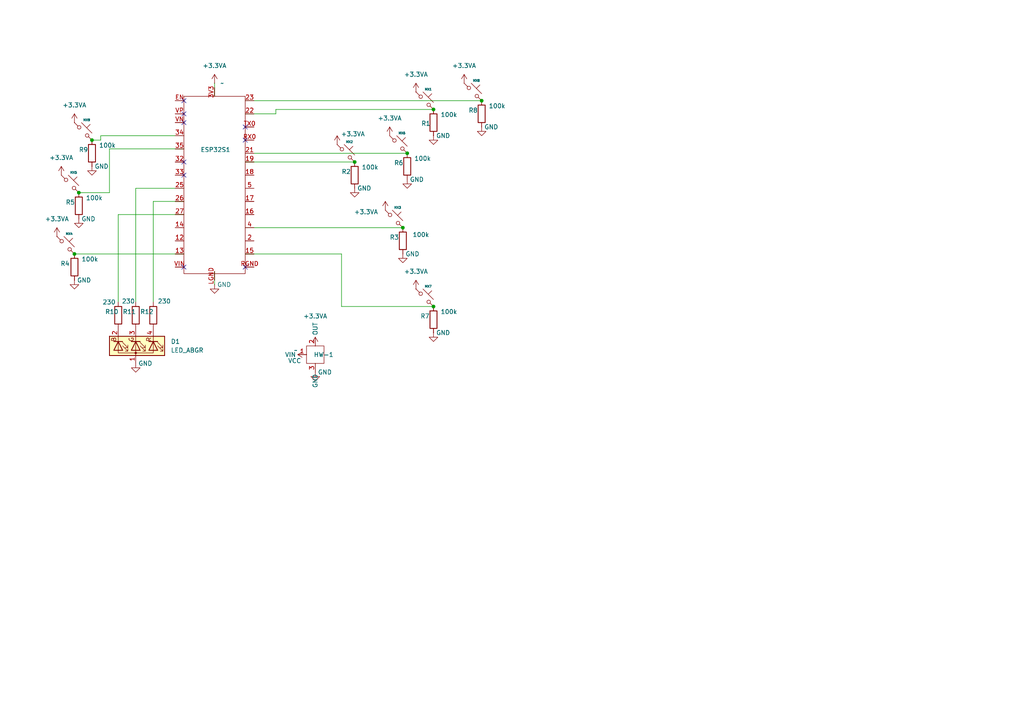
<source format=kicad_sch>
(kicad_sch (version 20231120) (generator "eeschema") (generator_version "8.0")
  (paper "A4")
  (lib_symbols
    (symbol "Device:LED_ABGR" (pin_names (offset 0) hide)
      (property "Reference" "D" (at 0 9.398 0))
      (property "Value" "LED_ABGR" (at 0 -8.89 0))
      (symbol "LED_ABGR_0_0"
        (text "B" (at -1.905 -6.35 0) (effects (font (size 1.27 1.27))))
        (text "G" (at -1.905 -1.27 0) (effects (font (size 1.27 1.27))))
        (text "R" (at -1.905 3.81 0) (effects (font (size 1.27 1.27))))
      )
      (symbol "LED_ABGR_0_1"
        (polyline (pts (xy -1.27 -5.08) (xy -2.54 -5.08)))
        (polyline (pts (xy -1.27 -5.08) (xy 1.27 -5.08)))
        (polyline (pts (xy -1.27 -3.81) (xy -1.27 -6.35)) (stroke (width 0.254)))
        (polyline (pts (xy -1.27 0) (xy -2.54 0)))
        (polyline (pts (xy -1.27 1.27) (xy -1.27 -1.27)) (stroke (width 0.254)))
        (polyline (pts (xy -1.27 5.08) (xy -2.54 5.08)))
        (polyline (pts (xy -1.27 5.08) (xy 1.27 5.08)))
        (polyline (pts (xy -1.27 6.35) (xy -1.27 3.81)) (stroke (width 0.254)))
        (polyline (pts (xy 1.27 0) (xy -1.27 0)))
        (polyline (pts (xy 1.27 0) (xy 2.54 0)))
        (polyline (pts (xy -1.27 1.27) (xy -1.27 -1.27) (xy -1.27 -1.27)))
        (polyline (pts (xy -1.27 6.35) (xy -1.27 3.81) (xy -1.27 3.81)))
        (polyline (pts (xy 1.27 -5.08) (xy 2.032 -5.08) (xy 2.032 5.08) (xy 1.27 5.08)))
        (polyline (pts (xy 1.27 -3.81) (xy 1.27 -6.35) (xy -1.27 -5.08) (xy 1.27 -3.81)) (stroke (width 0.254)))
        (polyline (pts (xy 1.27 1.27) (xy 1.27 -1.27) (xy -1.27 0) (xy 1.27 1.27)) (stroke (width 0.254)))
        (polyline (pts (xy 1.27 6.35) (xy 1.27 3.81) (xy -1.27 5.08) (xy 1.27 6.35)) (stroke (width 0.254)))
        (polyline (pts (xy -1.016 -3.81) (xy 0.508 -2.286) (xy -0.254 -2.286) (xy 0.508 -2.286) (xy 0.508 -3.048)))
        (polyline (pts (xy -1.016 1.27) (xy 0.508 2.794) (xy -0.254 2.794) (xy 0.508 2.794) (xy 0.508 2.032)))
        (polyline (pts (xy -1.016 6.35) (xy 0.508 7.874) (xy -0.254 7.874) (xy 0.508 7.874) (xy 0.508 7.112)))
        (polyline (pts (xy 0 -3.81) (xy 1.524 -2.286) (xy 0.762 -2.286) (xy 1.524 -2.286) (xy 1.524 -3.048)))
        (polyline (pts (xy 0 1.27) (xy 1.524 2.794) (xy 0.762 2.794) (xy 1.524 2.794) (xy 1.524 2.032)))
        (polyline (pts (xy 0 6.35) (xy 1.524 7.874) (xy 0.762 7.874) (xy 1.524 7.874) (xy 1.524 7.112)))
        (rectangle (start 1.27 -1.27) (end 1.27 1.27))
        (rectangle (start 1.27 1.27) (end 1.27 1.27))
        (rectangle (start 1.27 3.81) (end 1.27 6.35))
        (rectangle (start 1.27 6.35) (end 1.27 6.35))
        (circle (center 2.032 0) (radius 0.254) (fill (type outline)))
        (rectangle (start 2.794 8.382) (end -2.794 -7.62) (stroke (width 0.254)) (fill (type background)))
      )
      (symbol "LED_ABGR_1_1"
        (pin passive line (at 5.08 0 180) (length 2.54) (name "A") (number "1"))
        (pin passive line (at -5.08 -5.08 0) (length 2.54) (name "BK") (number "2"))
        (pin passive line (at -5.08 0 0) (length 2.54) (name "GK") (number "3"))
        (pin passive line (at -5.08 5.08 0) (length 2.54) (name "RK") (number "4"))
      )
    )
    (symbol "Device:R" (pin_numbers hide) (pin_names (offset 0))
      (property "Reference" "R" (at 2.032 0 90))
      (property "Value" "R" (at 0 0 90))
      (symbol "R_0_1"
        (rectangle (start -1.016 -2.54) (end 1.016 2.54) (stroke (width 0.254)))
      )
      (symbol "R_1_1"
        (pin passive line (at 0 3.81 270) (length 1.27) (name "~") (number "1"))
        (pin passive line (at 0 -3.81 90) (length 1.27) (name "~") (number "2"))
      )
    )
    (symbol "Esp32_DevBoards:ESP32S"
      (property "Reference" "ESP32S" (at -0.254 5.588 0))
      (symbol "ESP32S_0_1"
        (rectangle (start -8.89 15.24) (end 8.89 -36.195))
      )
      (symbol "ESP32S_1_1"
        (pin bidirectional line (at -8.89 -26.67 180) (length 2.54) (name "") (number "12"))
        (pin bidirectional line (at -8.89 -30.48 180) (length 2.54) (name "") (number "13"))
        (pin bidirectional line (at -8.89 -22.86 180) (length 2.54) (name "") (number "14"))
        (pin bidirectional line (at 8.89 -30.48 0) (length 2.54) (name "") (number "15"))
        (pin input line (at 8.89 -19.05 0) (length 2.54) (name "") (number "16"))
        (pin output line (at 8.89 -15.24 0) (length 2.54) (name "") (number "17"))
        (pin bidirectional line (at 8.89 -7.62 0) (length 2.54) (name "") (number "18"))
        (pin bidirectional line (at 8.89 -3.81 0) (length 2.54) (name "") (number "19"))
        (pin bidirectional line (at 8.89 -26.67 0) (length 2.54) (name "") (number "2"))
        (pin bidirectional line (at 8.89 -1.27 0) (length 2.54) (name "") (number "21"))
        (pin bidirectional line (at 8.89 10.16 0) (length 2.54) (name "") (number "22"))
        (pin bidirectional line (at 8.89 13.97 0) (length 2.54) (name "") (number "23"))
        (pin bidirectional line (at -8.89 -11.43 180) (length 2.54) (name "") (number "25"))
        (pin bidirectional line (at -8.89 -15.24 180) (length 2.54) (name "") (number "26"))
        (pin bidirectional line (at -8.89 -19.05 180) (length 2.54) (name "") (number "27"))
        (pin bidirectional line (at -8.89 -3.81 180) (length 2.54) (name "") (number "32"))
        (pin bidirectional line (at -8.89 -7.62 180) (length 2.54) (name "") (number "33"))
        (pin bidirectional line (at -8.89 3.81 180) (length 2.54) (name "") (number "34"))
        (pin bidirectional line (at -8.89 0 180) (length 2.54) (name "") (number "35"))
        (pin power_in line (at 0 15.24 90) (length 2.54) (name "") (number "3V3"))
        (pin bidirectional line (at 8.89 -22.86 0) (length 2.54) (name "") (number "4"))
        (pin bidirectional line (at 8.89 -11.43 0) (length 2.54) (name "") (number "5"))
        (pin output line (at -8.89 13.97 180) (length 2.54) (name "") (number "EN"))
        (pin power_in line (at 0 -35.56 270) (length 2.54) (name "") (number "LGND"))
        (pin power_in line (at 8.89 -34.29 0) (length 2.54) (name "") (number "RGND"))
        (pin input line (at 8.89 2.54 0) (length 2.54) (name "") (number "RX0"))
        (pin output line (at 8.89 6.35 0) (length 2.54) (name "") (number "TX0"))
        (pin power_in line (at -8.89 -34.29 180) (length 2.54) (name "") (number "VIN"))
        (pin output line (at -8.89 7.62 180) (length 2.54) (name "") (number "VN"))
        (pin output line (at -8.89 10.16 180) (length 2.54) (name "") (number "VP"))
      )
    )
    (symbol "HW-764:HW-764"
      (property "Reference" "HW-764" (at 3.429 -6.223 90))
      (symbol "HW-764_0_1"
        (rectangle (start 0 5.08) (end 5.08 0))
      )
      (symbol "HW-764_1_1"
        (pin power_in line (at 5.08 2.54 0) (length 2.54) (name "VIN") (number "1"))
        (pin power_out line (at 2.54 0 270) (length 2.54) (name "OUT") (number "2"))
        (pin power_in line (at 2.54 5.08 90) (length 2.54) (name "GND") (number "3"))
      )
    )
    (symbol "MarbastLib_mx:MX_SW_solder" (pin_numbers hide) (pin_names (offset 1.016) hide)
      (property "Reference" "MX" (at 3.048 1.016 0))
      (property "Value" "MX_SW_solder" (at 0 -3.81 0))
      (symbol "MX_SW_solder_0_1"
        (circle (center -1.1684 1.1684) (radius 0.508))
        (polyline (pts (xy -0.508 2.54) (xy 2.54 -0.508)))
        (polyline (pts (xy 1.016 1.016) (xy 2.032 2.032)))
        (polyline (pts (xy -2.54 2.54) (xy -1.524 1.524) (xy -1.524 1.524)))
        (polyline (pts (xy 1.524 -1.524) (xy 2.54 -2.54) (xy 2.54 -2.54) (xy 2.54 -2.54)))
        (circle (center 1.143 -1.1938) (radius 0.508))
        (pin passive line (at -2.54 2.54 0) (length 0) (name "1") (number "1"))
        (pin passive line (at 2.54 -2.54 180) (length 0) (name "2") (number "2"))
      )
    )
    (symbol "power:+3.3VA" (power) (pin_numbers hide) (pin_names (offset 0) hide)
      (property "Value" "+3.3VA" (at 0 3.556 0))
      (symbol "+3.3VA_0_1"
        (polyline (pts (xy -0.762 1.27) (xy 0 2.54)))
        (polyline (pts (xy 0 0) (xy 0 2.54)))
        (polyline (pts (xy 0 2.54) (xy 0.762 1.27)))
      )
      (symbol "+3.3VA_1_1"
        (pin power_in line (at 0 0 90) (length 0) (name "~") (number "1"))
      )
    )
    (symbol "power:GND" (power) (pin_numbers hide) (pin_names (offset 0) hide)
      (property "Value" "GND" (at 0 -3.81 0))
      (symbol "GND_0_1"
        (polyline (pts (xy 0 0) (xy 0 -1.27) (xy 1.27 -1.27) (xy 0 -2.54) (xy -1.27 -1.27) (xy 0 -1.27)))
      )
      (symbol "GND_1_1"
        (pin power_in line (at 0 0 270) (length 0) (name "~") (number "1"))
      )
    )
    (symbol "power:VCC" (power) (pin_numbers hide) (pin_names (offset 0) hide)
      (property "Value" "VCC" (at 0 3.556 0))
      (symbol "VCC_0_1"
        (polyline (pts (xy -0.762 1.27) (xy 0 2.54)))
        (polyline (pts (xy 0 0) (xy 0 2.54)))
        (polyline (pts (xy 0 2.54) (xy 0.762 1.27)))
      )
      (symbol "VCC_1_1"
        (pin power_in line (at 0 0 90) (length 0) (name "~") (number "1"))
      )
    )
  )
  (junction (at 118.11 44.45))
  (junction (at 21.59 73.66))
  (junction (at 125.73 31.75))
  (junction (at 22.86 55.88))
  (junction (at 125.73 88.9))
  (junction (at 116.84 66.04))
  (junction (at 26.67 40.64))
  (junction (at 102.87 46.99))
  (junction (at 139.7 29.21))
  (no_connect (at 71.12 36.83))
  (no_connect (at 53.34 77.47))
  (no_connect (at 71.12 40.64))
  (no_connect (at 53.34 33.02))
  (no_connect (at 53.34 50.8))
  (no_connect (at 71.12 77.47))
  (no_connect (at 53.34 35.56))
  (no_connect (at 53.34 29.21))
  (no_connect (at 53.34 46.99))
  (wire (pts (xy 53.34 43.18) (xy 31.75 43.18)))
  (wire (pts (xy 29.21 40.64) (xy 29.21 39.37)))
  (wire (pts (xy 26.67 40.64) (xy 29.21 40.64)))
  (wire (pts (xy 21.59 73.66) (xy 53.34 73.66)))
  (wire (pts (xy 34.29 87.63) (xy 34.29 62.23)))
  (wire (pts (xy 80.01 31.75) (xy 80.01 33.02)))
  (wire (pts (xy 71.12 66.04) (xy 116.84 66.04)))
  (wire (pts (xy 71.12 29.21) (xy 139.7 29.21)))
  (wire (pts (xy 71.12 44.45) (xy 118.11 44.45)))
  (wire (pts (xy 31.75 43.18) (xy 31.75 55.88)))
  (wire (pts (xy 125.73 31.75) (xy 80.01 31.75)))
  (wire (pts (xy 29.21 39.37) (xy 53.34 39.37)))
  (wire (pts (xy 39.37 54.61) (xy 53.34 54.61)))
  (wire (pts (xy 91.44 107.95) (xy 91.44 105.41)))
  (wire (pts (xy 39.37 54.61) (xy 39.37 87.63)))
  (wire (pts (xy 125.73 88.9) (xy 99.06 88.9)))
  (wire (pts (xy 34.29 62.23) (xy 53.34 62.23)))
  (wire (pts (xy 62.23 78.74) (xy 62.23 82.55)))
  (wire (pts (xy 44.45 58.42) (xy 44.45 87.63)))
  (wire (pts (xy 99.06 88.9) (xy 99.06 73.66)))
  (wire (pts (xy 71.12 46.99) (xy 102.87 46.99)))
  (wire (pts (xy 22.86 55.88) (xy 31.75 55.88)))
  (wire (pts (xy 62.23 24.13) (xy 62.23 27.94)))
  (wire (pts (xy 80.01 33.02) (xy 71.12 33.02)))
  (wire (pts (xy 44.45 58.42) (xy 53.34 58.42)))
  (wire (pts (xy 99.06 73.66) (xy 71.12 73.66)))
  (symbol (lib_id "Device:R") (at 125.73 35.56 0) (unit 1)
    (property "Reference" "R1" (at 122.174 35.814 0) (effects (justify left)))
    (property "Value" "100k" (at 127.762 33.274 0) (effects (justify left)))
    (property "Footprint" "Resistor_THT:R_Axial_DIN0207_L6.3mm_D2.5mm_P10.16mm_Horizontal" (effects (hide yes)))
    (property "Description" "Resistor" (effects (hide yes)))
  )
  (symbol (lib_id "power:GND") (at 102.87 54.61 0) (unit 1)
    (property "Reference" "#PWR09" (effects (hide yes)))
    (property "Value" "GND" (at 105.664 54.61 0))
    (property "Description" "Power symbol creates a global label with name \"GND\" , ground" (effects (hide yes)))
  )
  (symbol (lib_id "power:GND") (at 39.37 105.41 0) (unit 1)
    (property "Reference" "#PWR06" (effects (hide yes)))
    (property "Value" "GND" (at 42.164 105.41 0))
    (property "Description" "Power symbol creates a global label with name \"GND\" , ground" (effects (hide yes)))
  )
  (symbol (lib_id "Device:R") (at 21.59 77.47 0) (unit 1)
    (property "Reference" "R4" (at 17.526 76.454 0) (effects (justify left)))
    (property "Value" "100k" (at 23.622 75.184 0) (effects (justify left)))
    (property "Footprint" "Resistor_THT:R_Axial_DIN0207_L6.3mm_D2.5mm_P10.16mm_Horizontal" (effects (hide yes)))
    (property "Description" "Resistor" (effects (hide yes)))
  )
  (symbol (lib_id "Device:R") (at 44.45 91.44 0) (unit 1)
    (property "Reference" "R12" (at 40.64 90.424 0) (effects (justify left)))
    (property "Value" "230" (at 45.72 87.376 0) (effects (justify left)))
    (property "Footprint" "Resistor_THT:R_Axial_DIN0207_L6.3mm_D2.5mm_P10.16mm_Horizontal" (effects (hide yes)))
    (property "Description" "Resistor" (effects (hide yes)))
  )
  (symbol (lib_id "MarbastLib_mx:MX_SW_solder") (at 137.16 26.67 0) (unit 1)
    (property "Reference" "MX8" (at 138.176 23.368 0) (effects (font (size 0.635 0.635))))
    (property "Value" "MX_SW_solder" (effects (hide yes)))
    (property "Footprint" "MarbastLib_mx:SW_MX_1u_NOSUPPORT" (effects (hide yes)))
    (property "Description" "Push button switch, normally open, two pins, 45° tilted" (effects (hide yes)))
  )
  (symbol (lib_id "power:GND") (at 118.11 52.07 0) (unit 1)
    (property "Reference" "#PWR020" (effects (hide yes)))
    (property "Value" "GND" (at 120.904 52.07 0))
    (property "Description" "Power symbol creates a global label with name \"GND\" , ground" (effects (hide yes)))
  )
  (symbol (lib_id "Device:R") (at 39.37 91.44 0) (unit 1)
    (property "Reference" "R11" (at 35.56 90.424 0) (effects (justify left)))
    (property "Value" "230" (at 35.306 87.376 0) (effects (justify left)))
    (property "Footprint" "Resistor_THT:R_Axial_DIN0207_L6.3mm_D2.5mm_P10.16mm_Horizontal" (effects (hide yes)))
    (property "Description" "Resistor" (effects (hide yes)))
  )
  (symbol (lib_id "MarbastLib_mx:MX_SW_solder") (at 114.3 63.5 0) (unit 1)
    (property "Reference" "MX3" (at 115.316 60.198 0) (effects (font (size 0.635 0.635))))
    (property "Value" "MX_SW_solder" (effects (hide yes)))
    (property "Footprint" "MarbastLib_mx:SW_MX_1u_NOSUPPORT" (effects (hide yes)))
    (property "Description" "Push button switch, normally open, two pins, 45° tilted" (effects (hide yes)))
  )
  (symbol (lib_id "MarbastLib_mx:MX_SW_solder") (at 100.33 44.45 0) (unit 1)
    (property "Reference" "MX2" (at 101.346 41.148 0) (effects (font (size 0.635 0.635))))
    (property "Value" "MX_SW_solder" (effects (hide yes)))
    (property "Footprint" "MarbastLib_mx:SW_MX_1u_NOSUPPORT" (effects (hide yes)))
    (property "Description" "Push button switch, normally open, two pins, 45° tilted" (effects (hide yes)))
  )
  (symbol (lib_id "power:GND") (at 26.67 48.26 0) (unit 1)
    (property "Reference" "#PWR026" (effects (hide yes)))
    (property "Value" "GND" (at 29.464 48.26 0))
    (property "Description" "Power symbol creates a global label with name \"GND\" , ground" (effects (hide yes)))
  )
  (symbol (lib_id "MarbastLib_mx:MX_SW_solder") (at 123.19 29.21 0) (unit 1)
    (property "Reference" "MX1" (at 124.206 25.908 0) (effects (font (size 0.635 0.635))))
    (property "Value" "MX_SW_solder" (effects (hide yes)))
    (property "Footprint" "MarbastLib_mx:SW_MX_1u_NOSUPPORT" (effects (hide yes)))
    (property "Description" "Push button switch, normally open, two pins, 45° tilted" (effects (hide yes)))
  )
  (symbol (lib_id "power:GND") (at 22.86 63.5 0) (unit 1)
    (property "Reference" "#PWR015" (effects (hide yes)))
    (property "Value" "GND" (at 25.654 63.5 0))
    (property "Description" "Power symbol creates a global label with name \"GND\" , ground" (effects (hide yes)))
  )
  (symbol (lib_id "power:GND") (at 139.7 36.83 0) (unit 1)
    (property "Reference" "#PWR024" (effects (hide yes)))
    (property "Value" "GND" (at 142.494 36.83 0))
    (property "Description" "Power symbol creates a global label with name \"GND\" , ground" (effects (hide yes)))
  )
  (symbol (lib_id "Device:R") (at 116.84 69.85 0) (unit 1)
    (property "Reference" "R3" (at 113.03 68.834 0) (effects (justify left)))
    (property "Value" "100k" (at 119.634 68.072 0) (effects (justify left)))
    (property "Footprint" "Resistor_THT:R_Axial_DIN0207_L6.3mm_D2.5mm_P10.16mm_Horizontal" (effects (hide yes)))
    (property "Description" "Resistor" (effects (hide yes)))
  )
  (symbol (lib_id "power:+3.3VA") (at 134.62 24.13 0) (unit 1)
    (property "Reference" "#PWR023" (effects (hide yes)))
    (property "Value" "+3.3VA" (at 134.62 19.05 0))
    (property "Description" "Power symbol creates a global label with name \"+3.3VA\"" (effects (hide yes)))
  )
  (symbol (lib_id "power:GND") (at 91.44 107.95 0) (unit 1)
    (property "Reference" "#PWR05" (effects (hide yes)))
    (property "Value" "GND" (at 94.234 107.95 0))
    (property "Description" "Power symbol creates a global label with name \"GND\" , ground" (effects (hide yes)))
  )
  (symbol (lib_id "power:+3.3VA") (at 120.65 26.67 0) (unit 1)
    (property "Reference" "#PWR018" (effects (hide yes)))
    (property "Value" "+3.3VA" (at 120.65 21.59 0))
    (property "Description" "Power symbol creates a global label with name \"+3.3VA\"" (effects (hide yes)))
  )
  (symbol (lib_id "MarbastLib_mx:MX_SW_solder") (at 24.13 38.1 0) (unit 1)
    (property "Reference" "MX9" (at 25.146 34.798 0) (effects (font (size 0.635 0.635))))
    (property "Value" "MX_SW_solder" (effects (hide yes)))
    (property "Footprint" "MarbastLib_mx:SW_MX_1u_NOSUPPORT" (effects (hide yes)))
    (property "Description" "Push button switch, normally open, two pins, 45° tilted" (effects (hide yes)))
  )
  (symbol (lib_id "power:+3.3VA") (at 120.65 83.82 0) (unit 1)
    (property "Reference" "#PWR021" (effects (hide yes)))
    (property "Value" "+3.3VA" (at 120.65 78.74 0))
    (property "Description" "Power symbol creates a global label with name \"+3.3VA\"" (effects (hide yes)))
  )
  (symbol (lib_id "power:GND") (at 21.59 81.28 0) (unit 1)
    (property "Reference" "#PWR013" (effects (hide yes)))
    (property "Value" "GND" (at 24.384 81.28 0))
    (property "Description" "Power symbol creates a global label with name \"GND\" , ground" (effects (hide yes)))
  )
  (symbol (lib_id "Esp32_DevBoards:ESP32S") (at 62.23 43.18 0) (unit 1)
    (property "Reference" "ESP32S1" (at 58.166 43.434 0) (effects (justify left)))
    (property "Value" "~" (at 63.8811 24.13 0) (effects (justify left)))
    (property "Footprint" "Library:ESP32-WROOM-32" (effects (hide yes)))
  )
  (symbol (lib_id "power:+3.3VA") (at 62.23 24.13 0) (unit 1)
    (property "Reference" "#PWR016" (effects (hide yes)))
    (property "Value" "+3.3VA" (at 62.23 19.05 0))
    (property "Description" "Power symbol creates a global label with name \"+3.3VA\"" (effects (hide yes)))
  )
  (symbol (lib_id "power:GND") (at 125.73 39.37 0) (unit 1)
    (property "Reference" "#PWR07" (effects (hide yes)))
    (property "Value" "GND" (at 128.524 39.37 0))
    (property "Description" "Power symbol creates a global label with name \"GND\" , ground" (effects (hide yes)))
  )
  (symbol (lib_id "power:+3.3VA") (at 111.76 60.96 0) (unit 1)
    (property "Reference" "#PWR010" (effects (hide yes)))
    (property "Value" "+3.3VA" (at 106.172 61.468 0))
    (property "Description" "Power symbol creates a global label with name \"+3.3VA\"" (effects (hide yes)))
  )
  (symbol (lib_id "Device:R") (at 125.73 92.71 0) (unit 1)
    (property "Reference" "R7" (at 121.92 91.694 0) (effects (justify left)))
    (property "Value" "100k" (at 127.762 90.424 0) (effects (justify left)))
    (property "Footprint" "Resistor_THT:R_Axial_DIN0207_L6.3mm_D2.5mm_P10.16mm_Horizontal" (effects (hide yes)))
    (property "Description" "Resistor" (effects (hide yes)))
  )
  (symbol (lib_id "power:+3.3VA") (at 21.59 35.56 0) (unit 1)
    (property "Reference" "#PWR025" (effects (hide yes)))
    (property "Value" "+3.3VA" (at 21.59 30.48 0))
    (property "Description" "Power symbol creates a global label with name \"+3.3VA\"" (effects (hide yes)))
  )
  (symbol (lib_id "power:GND") (at 125.73 96.52 0) (unit 1)
    (property "Reference" "#PWR022" (effects (hide yes)))
    (property "Value" "GND" (at 128.524 96.52 0))
    (property "Description" "Power symbol creates a global label with name \"GND\" , ground" (effects (hide yes)))
  )
  (symbol (lib_id "power:VCC") (at 88.9 102.87 90) (unit 1)
    (property "Reference" "#PWR04" (effects (hide yes)))
    (property "Value" "VCC" (at 87.376 104.648 90) (effects (justify left)))
    (property "Description" "Power symbol creates a global label with name \"VCC\"" (effects (hide yes)))
  )
  (symbol (lib_id "power:+3.3VA") (at 17.78 50.8 0) (unit 1)
    (property "Reference" "#PWR014" (effects (hide yes)))
    (property "Value" "+3.3VA" (at 17.78 45.72 0))
    (property "Description" "Power symbol creates a global label with name \"+3.3VA\"" (effects (hide yes)))
  )
  (symbol (lib_id "power:+3.3VA") (at 91.44 100.33 0) (unit 1)
    (property "Reference" "#PWR017" (effects (hide yes)))
    (property "Value" "+3.3VA" (at 91.44 91.694 0))
    (property "Description" "Power symbol creates a global label with name \"+3.3VA\"" (effects (hide yes)))
  )
  (symbol (lib_id "Device:LED_ABGR") (at 39.37 100.33 270) (unit 1)
    (property "Reference" "D1" (at 49.53 99.0599 90) (effects (justify left)))
    (property "Value" "LED_ABGR" (at 49.53 101.5999 90) (effects (justify left)))
    (property "Footprint" "LED_THT:LED_D5.0mm-4_RGB_Staggered_Pins" (effects (hide yes)))
    (property "Description" "RGB LED, anode/blue/green/red" (effects (hide yes)))
  )
  (symbol (lib_id "MarbastLib_mx:MX_SW_solder") (at 19.05 71.12 0) (unit 1)
    (property "Reference" "MX4" (at 20.066 67.818 0) (effects (font (size 0.635 0.635))))
    (property "Value" "MX_SW_solder" (effects (hide yes)))
    (property "Footprint" "MarbastLib_mx:SW_MX_1u_NOSUPPORT" (effects (hide yes)))
    (property "Description" "Push button switch, normally open, two pins, 45° tilted" (effects (hide yes)))
  )
  (symbol (lib_id "Device:R") (at 139.7 33.02 0) (unit 1)
    (property "Reference" "R8" (at 135.89 32.004 0) (effects (justify left)))
    (property "Value" "100k" (at 141.732 30.734 0) (effects (justify left)))
    (property "Footprint" "Resistor_THT:R_Axial_DIN0207_L6.3mm_D2.5mm_P10.16mm_Horizontal" (effects (hide yes)))
    (property "Description" "Resistor" (effects (hide yes)))
  )
  (symbol (lib_id "HW-764:HW-764") (at 93.98 100.33 180) (unit 1)
    (property "Reference" "HW-1" (at 96.774 102.87 0) (effects (justify left)))
    (property "Value" "~" (at 86.36 101.6 0) (effects (justify left)))
    (property "Footprint" "Library:HW-764" (effects (hide yes)))
  )
  (symbol (lib_id "Device:R") (at 26.67 44.45 0) (unit 1)
    (property "Reference" "R9" (at 22.86 43.434 0) (effects (justify left)))
    (property "Value" "100k" (at 28.702 42.164 0) (effects (justify left)))
    (property "Footprint" "Resistor_THT:R_Axial_DIN0207_L6.3mm_D2.5mm_P10.16mm_Horizontal" (effects (hide yes)))
    (property "Description" "Resistor" (effects (hide yes)))
  )
  (symbol (lib_id "Device:R") (at 34.29 91.44 0) (unit 1)
    (property "Reference" "R10" (at 30.48 90.424 0) (effects (justify left)))
    (property "Value" "230" (at 29.718 87.63 0) (effects (justify left)))
    (property "Footprint" "Resistor_THT:R_Axial_DIN0207_L6.3mm_D2.5mm_P10.16mm_Horizontal" (effects (hide yes)))
    (property "Description" "Resistor" (effects (hide yes)))
  )
  (symbol (lib_id "power:+3.3VA") (at 16.51 68.58 0) (unit 1)
    (property "Reference" "#PWR012" (effects (hide yes)))
    (property "Value" "+3.3VA" (at 16.51 63.5 0))
    (property "Description" "Power symbol creates a global label with name \"+3.3VA\"" (effects (hide yes)))
  )
  (symbol (lib_id "MarbastLib_mx:MX_SW_solder") (at 115.57 41.91 0) (unit 1)
    (property "Reference" "MX6" (at 116.586 38.608 0) (effects (font (size 0.635 0.635))))
    (property "Value" "MX_SW_solder" (effects (hide yes)))
    (property "Footprint" "MarbastLib_mx:SW_MX_1u_NOSUPPORT" (effects (hide yes)))
    (property "Description" "Push button switch, normally open, two pins, 45° tilted" (effects (hide yes)))
  )
  (symbol (lib_id "MarbastLib_mx:MX_SW_solder") (at 20.32 53.34 0) (unit 1)
    (property "Reference" "MX5" (at 21.336 50.038 0) (effects (font (size 0.635 0.635))))
    (property "Value" "MX_SW_solder" (effects (hide yes)))
    (property "Footprint" "MarbastLib_mx:SW_MX_1u_NOSUPPORT" (effects (hide yes)))
    (property "Description" "Push button switch, normally open, two pins, 45° tilted" (effects (hide yes)))
  )
  (symbol (lib_id "power:GND") (at 116.84 73.66 0) (unit 1)
    (property "Reference" "#PWR011" (effects (hide yes)))
    (property "Value" "GND" (at 119.634 73.66 0))
    (property "Description" "Power symbol creates a global label with name \"GND\" , ground" (effects (hide yes)))
  )
  (symbol (lib_id "MarbastLib_mx:MX_SW_solder") (at 123.19 86.36 0) (unit 1)
    (property "Reference" "MX7" (at 124.206 83.058 0) (effects (font (size 0.635 0.635))))
    (property "Value" "MX_SW_solder" (effects (hide yes)))
    (property "Footprint" "MarbastLib_mx:SW_MX_1u_NOSUPPORT" (effects (hide yes)))
    (property "Description" "Push button switch, normally open, two pins, 45° tilted" (effects (hide yes)))
  )
  (symbol (lib_id "Device:R") (at 22.86 59.69 0) (unit 1)
    (property "Reference" "R5" (at 19.05 58.674 0) (effects (justify left)))
    (property "Value" "100k" (at 24.892 57.404 0) (effects (justify left)))
    (property "Footprint" "Resistor_THT:R_Axial_DIN0207_L6.3mm_D2.5mm_P10.16mm_Horizontal" (effects (hide yes)))
    (property "Description" "Resistor" (effects (hide yes)))
  )
  (symbol (lib_id "power:+3.3VA") (at 113.03 39.37 0) (unit 1)
    (property "Reference" "#PWR019" (effects (hide yes)))
    (property "Value" "+3.3VA" (at 113.03 34.29 0))
    (property "Description" "Power symbol creates a global label with name \"+3.3VA\"" (effects (hide yes)))
  )
  (symbol (lib_id "power:+3.3VA") (at 97.79 41.91 0) (unit 1)
    (property "Reference" "#PWR08" (effects (hide yes)))
    (property "Value" "+3.3VA" (at 102.362 38.862 0))
    (property "Description" "Power symbol creates a global label with name \"+3.3VA\"" (effects (hide yes)))
  )
  (symbol (lib_id "Device:R") (at 102.87 50.8 0) (unit 1)
    (property "Reference" "R2" (at 99.06 49.784 0) (effects (justify left)))
    (property "Value" "100k" (at 104.902 48.514 0) (effects (justify left)))
    (property "Footprint" "Resistor_THT:R_Axial_DIN0207_L6.3mm_D2.5mm_P10.16mm_Horizontal" (effects (hide yes)))
    (property "Description" "Resistor" (effects (hide yes)))
  )
  (symbol (lib_id "power:GND") (at 62.23 82.55 0) (unit 1)
    (property "Reference" "#PWR01" (effects (hide yes)))
    (property "Value" "GND" (at 65.024 82.55 0))
    (property "Description" "Power symbol creates a global label with name \"GND\" , ground" (effects (hide yes)))
  )
  (symbol (lib_id "Device:R") (at 118.11 48.26 0) (unit 1)
    (property "Reference" "R6" (at 114.3 47.244 0) (effects (justify left)))
    (property "Value" "100k" (at 120.142 45.974 0) (effects (justify left)))
    (property "Footprint" "Resistor_THT:R_Axial_DIN0207_L6.3mm_D2.5mm_P10.16mm_Horizontal" (effects (hide yes)))
    (property "Description" "Resistor" (effects (hide yes)))
  )
)
</source>
